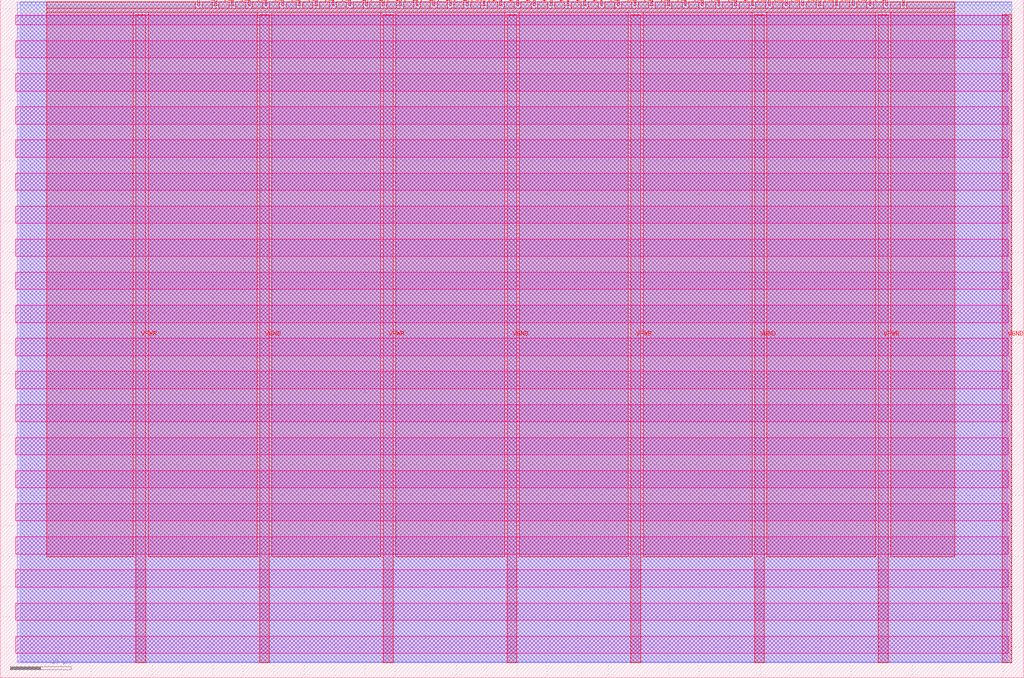
<source format=lef>
VERSION 5.7 ;
  NOWIREEXTENSIONATPIN ON ;
  DIVIDERCHAR "/" ;
  BUSBITCHARS "[]" ;
MACRO tt_um_nickjhay_processor_dup2
  CLASS BLOCK ;
  FOREIGN tt_um_nickjhay_processor_dup2 ;
  ORIGIN 0.000 0.000 ;
  SIZE 168.360 BY 111.520 ;
  PIN VGND
    DIRECTION INOUT ;
    USE GROUND ;
    PORT
      LAYER met4 ;
        RECT 42.670 2.480 44.270 109.040 ;
    END
    PORT
      LAYER met4 ;
        RECT 83.380 2.480 84.980 109.040 ;
    END
    PORT
      LAYER met4 ;
        RECT 124.090 2.480 125.690 109.040 ;
    END
    PORT
      LAYER met4 ;
        RECT 164.800 2.480 166.400 109.040 ;
    END
  END VGND
  PIN VPWR
    DIRECTION INOUT ;
    USE POWER ;
    PORT
      LAYER met4 ;
        RECT 22.315 2.480 23.915 109.040 ;
    END
    PORT
      LAYER met4 ;
        RECT 63.025 2.480 64.625 109.040 ;
    END
    PORT
      LAYER met4 ;
        RECT 103.735 2.480 105.335 109.040 ;
    END
    PORT
      LAYER met4 ;
        RECT 144.445 2.480 146.045 109.040 ;
    END
  END VPWR
  PIN clk
    DIRECTION INPUT ;
    USE SIGNAL ;
    ANTENNAGATEAREA 0.852000 ;
    PORT
      LAYER met4 ;
        RECT 145.670 110.520 145.970 111.520 ;
    END
  END clk
  PIN ena
    DIRECTION INPUT ;
    USE SIGNAL ;
    ANTENNAGATEAREA 0.196500 ;
    PORT
      LAYER met4 ;
        RECT 148.430 110.520 148.730 111.520 ;
    END
  END ena
  PIN rst_n
    DIRECTION INPUT ;
    USE SIGNAL ;
    ANTENNAGATEAREA 0.196500 ;
    PORT
      LAYER met4 ;
        RECT 142.910 110.520 143.210 111.520 ;
    END
  END rst_n
  PIN ui_in[0]
    DIRECTION INPUT ;
    USE SIGNAL ;
    ANTENNAGATEAREA 0.196500 ;
    PORT
      LAYER met4 ;
        RECT 140.150 110.520 140.450 111.520 ;
    END
  END ui_in[0]
  PIN ui_in[1]
    DIRECTION INPUT ;
    USE SIGNAL ;
    ANTENNAGATEAREA 0.196500 ;
    PORT
      LAYER met4 ;
        RECT 137.390 110.520 137.690 111.520 ;
    END
  END ui_in[1]
  PIN ui_in[2]
    DIRECTION INPUT ;
    USE SIGNAL ;
    ANTENNAGATEAREA 0.126000 ;
    PORT
      LAYER met4 ;
        RECT 134.630 110.520 134.930 111.520 ;
    END
  END ui_in[2]
  PIN ui_in[3]
    DIRECTION INPUT ;
    USE SIGNAL ;
    ANTENNAGATEAREA 0.126000 ;
    PORT
      LAYER met4 ;
        RECT 131.870 110.520 132.170 111.520 ;
    END
  END ui_in[3]
  PIN ui_in[4]
    DIRECTION INPUT ;
    USE SIGNAL ;
    ANTENNAGATEAREA 0.126000 ;
    PORT
      LAYER met4 ;
        RECT 129.110 110.520 129.410 111.520 ;
    END
  END ui_in[4]
  PIN ui_in[5]
    DIRECTION INPUT ;
    USE SIGNAL ;
    ANTENNAGATEAREA 0.126000 ;
    PORT
      LAYER met4 ;
        RECT 126.350 110.520 126.650 111.520 ;
    END
  END ui_in[5]
  PIN ui_in[6]
    DIRECTION INPUT ;
    USE SIGNAL ;
    ANTENNAGATEAREA 0.126000 ;
    PORT
      LAYER met4 ;
        RECT 123.590 110.520 123.890 111.520 ;
    END
  END ui_in[6]
  PIN ui_in[7]
    DIRECTION INPUT ;
    USE SIGNAL ;
    ANTENNAGATEAREA 0.196500 ;
    PORT
      LAYER met4 ;
        RECT 120.830 110.520 121.130 111.520 ;
    END
  END ui_in[7]
  PIN uio_in[0]
    DIRECTION INPUT ;
    USE SIGNAL ;
    ANTENNAGATEAREA 0.213000 ;
    PORT
      LAYER met4 ;
        RECT 118.070 110.520 118.370 111.520 ;
    END
  END uio_in[0]
  PIN uio_in[1]
    DIRECTION INPUT ;
    USE SIGNAL ;
    ANTENNAGATEAREA 0.159000 ;
    PORT
      LAYER met4 ;
        RECT 115.310 110.520 115.610 111.520 ;
    END
  END uio_in[1]
  PIN uio_in[2]
    DIRECTION INPUT ;
    USE SIGNAL ;
    ANTENNAGATEAREA 0.196500 ;
    PORT
      LAYER met4 ;
        RECT 112.550 110.520 112.850 111.520 ;
    END
  END uio_in[2]
  PIN uio_in[3]
    DIRECTION INPUT ;
    USE SIGNAL ;
    ANTENNAGATEAREA 0.213000 ;
    PORT
      LAYER met4 ;
        RECT 109.790 110.520 110.090 111.520 ;
    END
  END uio_in[3]
  PIN uio_in[4]
    DIRECTION INPUT ;
    USE SIGNAL ;
    ANTENNAGATEAREA 0.213000 ;
    PORT
      LAYER met4 ;
        RECT 107.030 110.520 107.330 111.520 ;
    END
  END uio_in[4]
  PIN uio_in[5]
    DIRECTION INPUT ;
    USE SIGNAL ;
    ANTENNAGATEAREA 0.213000 ;
    PORT
      LAYER met4 ;
        RECT 104.270 110.520 104.570 111.520 ;
    END
  END uio_in[5]
  PIN uio_in[6]
    DIRECTION INPUT ;
    USE SIGNAL ;
    PORT
      LAYER met4 ;
        RECT 101.510 110.520 101.810 111.520 ;
    END
  END uio_in[6]
  PIN uio_in[7]
    DIRECTION INPUT ;
    USE SIGNAL ;
    PORT
      LAYER met4 ;
        RECT 98.750 110.520 99.050 111.520 ;
    END
  END uio_in[7]
  PIN uio_oe[0]
    DIRECTION OUTPUT TRISTATE ;
    USE SIGNAL ;
    PORT
      LAYER met4 ;
        RECT 51.830 110.520 52.130 111.520 ;
    END
  END uio_oe[0]
  PIN uio_oe[1]
    DIRECTION OUTPUT TRISTATE ;
    USE SIGNAL ;
    PORT
      LAYER met4 ;
        RECT 49.070 110.520 49.370 111.520 ;
    END
  END uio_oe[1]
  PIN uio_oe[2]
    DIRECTION OUTPUT TRISTATE ;
    USE SIGNAL ;
    PORT
      LAYER met4 ;
        RECT 46.310 110.520 46.610 111.520 ;
    END
  END uio_oe[2]
  PIN uio_oe[3]
    DIRECTION OUTPUT TRISTATE ;
    USE SIGNAL ;
    PORT
      LAYER met4 ;
        RECT 43.550 110.520 43.850 111.520 ;
    END
  END uio_oe[3]
  PIN uio_oe[4]
    DIRECTION OUTPUT TRISTATE ;
    USE SIGNAL ;
    PORT
      LAYER met4 ;
        RECT 40.790 110.520 41.090 111.520 ;
    END
  END uio_oe[4]
  PIN uio_oe[5]
    DIRECTION OUTPUT TRISTATE ;
    USE SIGNAL ;
    PORT
      LAYER met4 ;
        RECT 38.030 110.520 38.330 111.520 ;
    END
  END uio_oe[5]
  PIN uio_oe[6]
    DIRECTION OUTPUT TRISTATE ;
    USE SIGNAL ;
    PORT
      LAYER met4 ;
        RECT 35.270 110.520 35.570 111.520 ;
    END
  END uio_oe[6]
  PIN uio_oe[7]
    DIRECTION OUTPUT TRISTATE ;
    USE SIGNAL ;
    PORT
      LAYER met4 ;
        RECT 32.510 110.520 32.810 111.520 ;
    END
  END uio_oe[7]
  PIN uio_out[0]
    DIRECTION OUTPUT TRISTATE ;
    USE SIGNAL ;
    PORT
      LAYER met4 ;
        RECT 73.910 110.520 74.210 111.520 ;
    END
  END uio_out[0]
  PIN uio_out[1]
    DIRECTION OUTPUT TRISTATE ;
    USE SIGNAL ;
    PORT
      LAYER met4 ;
        RECT 71.150 110.520 71.450 111.520 ;
    END
  END uio_out[1]
  PIN uio_out[2]
    DIRECTION OUTPUT TRISTATE ;
    USE SIGNAL ;
    PORT
      LAYER met4 ;
        RECT 68.390 110.520 68.690 111.520 ;
    END
  END uio_out[2]
  PIN uio_out[3]
    DIRECTION OUTPUT TRISTATE ;
    USE SIGNAL ;
    PORT
      LAYER met4 ;
        RECT 65.630 110.520 65.930 111.520 ;
    END
  END uio_out[3]
  PIN uio_out[4]
    DIRECTION OUTPUT TRISTATE ;
    USE SIGNAL ;
    PORT
      LAYER met4 ;
        RECT 62.870 110.520 63.170 111.520 ;
    END
  END uio_out[4]
  PIN uio_out[5]
    DIRECTION OUTPUT TRISTATE ;
    USE SIGNAL ;
    PORT
      LAYER met4 ;
        RECT 60.110 110.520 60.410 111.520 ;
    END
  END uio_out[5]
  PIN uio_out[6]
    DIRECTION OUTPUT TRISTATE ;
    USE SIGNAL ;
    PORT
      LAYER met4 ;
        RECT 57.350 110.520 57.650 111.520 ;
    END
  END uio_out[6]
  PIN uio_out[7]
    DIRECTION OUTPUT TRISTATE ;
    USE SIGNAL ;
    PORT
      LAYER met4 ;
        RECT 54.590 110.520 54.890 111.520 ;
    END
  END uio_out[7]
  PIN uo_out[0]
    DIRECTION OUTPUT TRISTATE ;
    USE SIGNAL ;
    ANTENNADIFFAREA 0.891000 ;
    PORT
      LAYER met4 ;
        RECT 95.990 110.520 96.290 111.520 ;
    END
  END uo_out[0]
  PIN uo_out[1]
    DIRECTION OUTPUT TRISTATE ;
    USE SIGNAL ;
    ANTENNADIFFAREA 0.462000 ;
    PORT
      LAYER met4 ;
        RECT 93.230 110.520 93.530 111.520 ;
    END
  END uo_out[1]
  PIN uo_out[2]
    DIRECTION OUTPUT TRISTATE ;
    USE SIGNAL ;
    ANTENNADIFFAREA 0.891000 ;
    PORT
      LAYER met4 ;
        RECT 90.470 110.520 90.770 111.520 ;
    END
  END uo_out[2]
  PIN uo_out[3]
    DIRECTION OUTPUT TRISTATE ;
    USE SIGNAL ;
    ANTENNADIFFAREA 0.891000 ;
    PORT
      LAYER met4 ;
        RECT 87.710 110.520 88.010 111.520 ;
    END
  END uo_out[3]
  PIN uo_out[4]
    DIRECTION OUTPUT TRISTATE ;
    USE SIGNAL ;
    ANTENNADIFFAREA 0.445500 ;
    PORT
      LAYER met4 ;
        RECT 84.950 110.520 85.250 111.520 ;
    END
  END uo_out[4]
  PIN uo_out[5]
    DIRECTION OUTPUT TRISTATE ;
    USE SIGNAL ;
    ANTENNADIFFAREA 0.462000 ;
    PORT
      LAYER met4 ;
        RECT 82.190 110.520 82.490 111.520 ;
    END
  END uo_out[5]
  PIN uo_out[6]
    DIRECTION OUTPUT TRISTATE ;
    USE SIGNAL ;
    ANTENNADIFFAREA 0.445500 ;
    PORT
      LAYER met4 ;
        RECT 79.430 110.520 79.730 111.520 ;
    END
  END uo_out[6]
  PIN uo_out[7]
    DIRECTION OUTPUT TRISTATE ;
    USE SIGNAL ;
    ANTENNADIFFAREA 0.795200 ;
    PORT
      LAYER met4 ;
        RECT 76.670 110.520 76.970 111.520 ;
    END
  END uo_out[7]
  OBS
      LAYER nwell ;
        RECT 2.570 107.385 165.790 108.990 ;
        RECT 2.570 101.945 165.790 104.775 ;
        RECT 2.570 96.505 165.790 99.335 ;
        RECT 2.570 91.065 165.790 93.895 ;
        RECT 2.570 85.625 165.790 88.455 ;
        RECT 2.570 80.185 165.790 83.015 ;
        RECT 2.570 74.745 165.790 77.575 ;
        RECT 2.570 69.305 165.790 72.135 ;
        RECT 2.570 63.865 165.790 66.695 ;
        RECT 2.570 58.425 165.790 61.255 ;
        RECT 2.570 52.985 165.790 55.815 ;
        RECT 2.570 47.545 165.790 50.375 ;
        RECT 2.570 42.105 165.790 44.935 ;
        RECT 2.570 36.665 165.790 39.495 ;
        RECT 2.570 31.225 165.790 34.055 ;
        RECT 2.570 25.785 165.790 28.615 ;
        RECT 2.570 20.345 165.790 23.175 ;
        RECT 2.570 14.905 165.790 17.735 ;
        RECT 2.570 9.465 165.790 12.295 ;
        RECT 2.570 4.025 165.790 6.855 ;
      LAYER li1 ;
        RECT 2.760 2.635 165.600 108.885 ;
      LAYER met1 ;
        RECT 2.760 2.480 166.400 111.140 ;
      LAYER met2 ;
        RECT 3.310 2.535 166.370 111.170 ;
      LAYER met3 ;
        RECT 3.285 2.555 166.390 110.665 ;
      LAYER met4 ;
        RECT 7.655 110.120 32.110 111.170 ;
        RECT 33.210 110.120 34.870 111.170 ;
        RECT 35.970 110.120 37.630 111.170 ;
        RECT 38.730 110.120 40.390 111.170 ;
        RECT 41.490 110.120 43.150 111.170 ;
        RECT 44.250 110.120 45.910 111.170 ;
        RECT 47.010 110.120 48.670 111.170 ;
        RECT 49.770 110.120 51.430 111.170 ;
        RECT 52.530 110.120 54.190 111.170 ;
        RECT 55.290 110.120 56.950 111.170 ;
        RECT 58.050 110.120 59.710 111.170 ;
        RECT 60.810 110.120 62.470 111.170 ;
        RECT 63.570 110.120 65.230 111.170 ;
        RECT 66.330 110.120 67.990 111.170 ;
        RECT 69.090 110.120 70.750 111.170 ;
        RECT 71.850 110.120 73.510 111.170 ;
        RECT 74.610 110.120 76.270 111.170 ;
        RECT 77.370 110.120 79.030 111.170 ;
        RECT 80.130 110.120 81.790 111.170 ;
        RECT 82.890 110.120 84.550 111.170 ;
        RECT 85.650 110.120 87.310 111.170 ;
        RECT 88.410 110.120 90.070 111.170 ;
        RECT 91.170 110.120 92.830 111.170 ;
        RECT 93.930 110.120 95.590 111.170 ;
        RECT 96.690 110.120 98.350 111.170 ;
        RECT 99.450 110.120 101.110 111.170 ;
        RECT 102.210 110.120 103.870 111.170 ;
        RECT 104.970 110.120 106.630 111.170 ;
        RECT 107.730 110.120 109.390 111.170 ;
        RECT 110.490 110.120 112.150 111.170 ;
        RECT 113.250 110.120 114.910 111.170 ;
        RECT 116.010 110.120 117.670 111.170 ;
        RECT 118.770 110.120 120.430 111.170 ;
        RECT 121.530 110.120 123.190 111.170 ;
        RECT 124.290 110.120 125.950 111.170 ;
        RECT 127.050 110.120 128.710 111.170 ;
        RECT 129.810 110.120 131.470 111.170 ;
        RECT 132.570 110.120 134.230 111.170 ;
        RECT 135.330 110.120 136.990 111.170 ;
        RECT 138.090 110.120 139.750 111.170 ;
        RECT 140.850 110.120 142.510 111.170 ;
        RECT 143.610 110.120 145.270 111.170 ;
        RECT 146.370 110.120 148.030 111.170 ;
        RECT 149.130 110.120 157.025 111.170 ;
        RECT 7.655 109.440 157.025 110.120 ;
        RECT 7.655 19.895 21.915 109.440 ;
        RECT 24.315 19.895 42.270 109.440 ;
        RECT 44.670 19.895 62.625 109.440 ;
        RECT 65.025 19.895 82.980 109.440 ;
        RECT 85.380 19.895 103.335 109.440 ;
        RECT 105.735 19.895 123.690 109.440 ;
        RECT 126.090 19.895 144.045 109.440 ;
        RECT 146.445 19.895 157.025 109.440 ;
  END
END tt_um_nickjhay_processor_dup2
END LIBRARY


</source>
